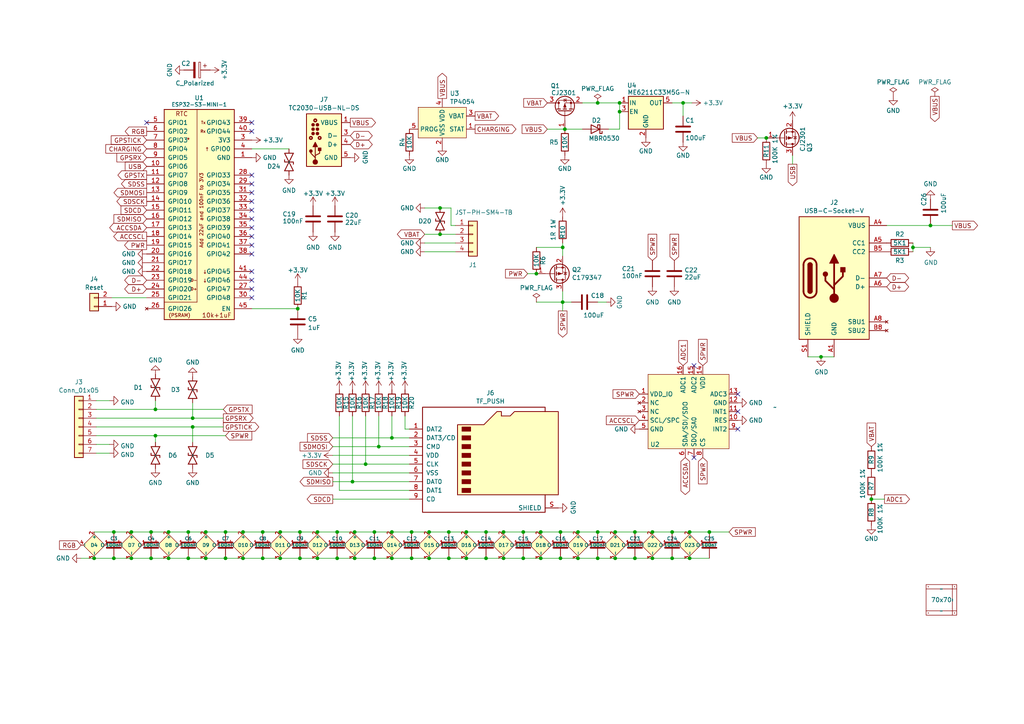
<source format=kicad_sch>
(kicad_sch (version 20231120) (generator "eeschema") (generator_version "8.0")
  (paper "A4")
  (title_block (title "GPS reference") (date "${DATE}") (rev "1") (company "Adrian Kennard Andrews & Arnold Ltd") (comment 1 "@TheRealRevK") (comment 2 "www.me.uk"))
  (junction (at 92.075 161.925))
  (junction (at 264.795 71.755))
  (junction (at 135.255 161.925))
  (junction (at 106.045 134.62))
  (junction (at 194.945 154.305))
  (junction (at 81.28 161.925))
  (junction (at 179.705 32.385))
  (junction (at 222.25 40.005))
  (junction (at 86.995 154.305))
  (junction (at 48.895 154.305))
  (junction (at 140.97 154.305))
  (junction (at 151.765 161.925))
  (junction (at 167.64 161.925))
  (junction (at 163.195 71.755))
  (junction (at 45.085 118.745))
  (junction (at 173.355 161.925))
  (junction (at 55.88 121.285))
  (junction (at 55.88 123.825))
  (junction (at 127.635 67.945))
  (junction (at 108.585 161.925))
  (junction (at 81.28 154.305))
  (junction (at 155.575 79.375))
  (junction (at 27.305 161.925))
  (junction (at 194.945 161.925))
  (junction (at 113.665 161.925))
  (junction (at 178.435 161.925))
  (junction (at 184.15 154.305))
  (junction (at 179.705 29.845))
  (junction (at 163.195 87.63))
  (junction (at 135.255 154.305))
  (junction (at 238.125 103.505))
  (junction (at 48.895 161.925))
  (junction (at 38.1 154.305))
  (junction (at 102.235 139.7))
  (junction (at 167.64 154.305))
  (junction (at 70.485 154.305))
  (junction (at 146.05 154.305))
  (junction (at 151.765 154.305))
  (junction (at 33.02 161.925))
  (junction (at 113.665 154.305))
  (junction (at 70.485 161.925))
  (junction (at 97.79 154.305))
  (junction (at 108.585 154.305))
  (junction (at 156.845 154.305))
  (junction (at 86.36 89.535))
  (junction (at 65.405 154.305))
  (junction (at 189.23 154.305))
  (junction (at 173.355 154.305))
  (junction (at 163.83 37.465))
  (junction (at 38.1 161.925))
  (junction (at 45.085 126.365))
  (junction (at 59.69 161.925))
  (junction (at 200.025 161.925))
  (junction (at 200.025 154.305))
  (junction (at 140.97 161.925))
  (junction (at 86.995 161.925))
  (junction (at 119.38 154.305))
  (junction (at 76.2 154.305))
  (junction (at 92.075 154.305))
  (junction (at 54.61 154.305))
  (junction (at 43.815 154.305))
  (junction (at 124.46 161.925))
  (junction (at 146.05 161.925))
  (junction (at 269.875 65.405))
  (junction (at 113.665 127))
  (junction (at 109.855 129.54))
  (junction (at 65.405 161.925))
  (junction (at 184.15 161.925))
  (junction (at 127.635 60.325))
  (junction (at 124.46 154.305))
  (junction (at 252.73 144.78))
  (junction (at 173.355 29.845))
  (junction (at 76.2 161.925))
  (junction (at 189.23 161.925))
  (junction (at 198.12 29.845))
  (junction (at 33.02 154.305))
  (junction (at 97.79 161.925))
  (junction (at 130.175 161.925))
  (junction (at 102.87 161.925))
  (junction (at 130.175 154.305))
  (junction (at 162.56 161.925))
  (junction (at 156.845 161.925))
  (junction (at 59.69 154.305))
  (junction (at 205.74 154.305))
  (junction (at 178.435 154.305))
  (junction (at 119.38 161.925))
  (junction (at 54.61 161.925))
  (junction (at 43.815 161.925))
  (junction (at 162.56 154.305))
  (junction (at 102.87 154.305))
  (no_connect (at 73.025 68.58))
  (no_connect (at 201.295 132.715))
  (no_connect (at 73.025 38.1))
  (no_connect (at 73.025 63.5))
  (no_connect (at 73.025 83.82))
  (no_connect (at 73.025 71.12))
  (no_connect (at 73.025 66.04))
  (no_connect (at 201.295 106.045))
  (no_connect (at 213.995 119.38))
  (no_connect (at 73.025 35.56))
  (no_connect (at 73.025 60.96))
  (no_connect (at 73.025 81.28))
  (no_connect (at 73.025 73.66))
  (no_connect (at 213.995 124.46))
  (no_connect (at 73.025 86.36))
  (no_connect (at 73.025 53.34))
  (no_connect (at 73.025 58.42))
  (no_connect (at 42.545 35.56))
  (no_connect (at 73.025 50.8))
  (no_connect (at 73.025 55.88))
  (no_connect (at 73.025 78.74))
  (no_connect (at 213.995 114.3))
  (wire (pts (xy 96.52 139.7) (xy 102.235 139.7)))
  (wire (pts (xy 158.75 37.465) (xy 163.83 37.465)))
  (wire (pts (xy 70.485 154.305) (xy 76.2 154.305)))
  (wire (pts (xy 171.45 158.115) (xy 174.625 158.115)))
  (wire (pts (xy 102.87 154.305) (xy 108.585 154.305)))
  (wire (pts (xy 113.665 161.925) (xy 119.38 161.925)))
  (wire (pts (xy 27.94 121.285) (xy 55.88 121.285)))
  (wire (pts (xy 123.19 73.025) (xy 132.08 73.025)))
  (wire (pts (xy 27.94 123.825) (xy 55.88 123.825)))
  (wire (pts (xy 113.665 120.65) (xy 113.665 127)))
  (wire (pts (xy 27.94 116.205) (xy 31.75 116.205)))
  (wire (pts (xy 45.085 126.365) (xy 65.405 126.365)))
  (wire (pts (xy 135.255 154.305) (xy 140.97 154.305)))
  (wire (pts (xy 200.025 154.305) (xy 205.74 154.305)))
  (wire (pts (xy 96.52 144.78) (xy 118.745 144.78)))
  (wire (pts (xy 76.2 154.305) (xy 81.28 154.305)))
  (wire (pts (xy 203.835 158.115) (xy 207.01 158.115)))
  (wire (pts (xy 179.705 32.385) (xy 179.705 37.465)))
  (wire (pts (xy 189.23 154.305) (xy 194.945 154.305)))
  (wire (pts (xy 130.175 154.305) (xy 135.255 154.305)))
  (wire (pts (xy 45.085 118.745) (xy 64.77 118.745)))
  (wire (pts (xy 178.435 154.305) (xy 184.15 154.305)))
  (wire (pts (xy 194.945 161.925) (xy 200.025 161.925)))
  (wire (pts (xy 176.53 37.465) (xy 179.705 37.465)))
  (wire (pts (xy 162.56 161.925) (xy 167.64 161.925)))
  (wire (pts (xy 70.485 161.925) (xy 76.2 161.925)))
  (wire (pts (xy 219.71 40.005) (xy 222.25 40.005)))
  (wire (pts (xy 130.81 60.325) (xy 130.81 65.405)))
  (wire (pts (xy 146.05 161.925) (xy 151.765 161.925)))
  (wire (pts (xy 109.855 129.54) (xy 118.745 129.54)))
  (wire (pts (xy 257.175 65.405) (xy 269.875 65.405)))
  (wire (pts (xy 55.88 123.825) (xy 64.77 123.825)))
  (wire (pts (xy 178.435 161.925) (xy 184.15 161.925)))
  (wire (pts (xy 98.425 120.65) (xy 98.425 142.24)))
  (wire (pts (xy 163.195 74.295) (xy 163.195 71.755)))
  (wire (pts (xy 96.52 134.62) (xy 106.045 134.62)))
  (wire (pts (xy 189.23 161.925) (xy 194.945 161.925)))
  (wire (pts (xy 27.94 126.365) (xy 45.085 126.365)))
  (wire (pts (xy 173.355 154.305) (xy 178.435 154.305)))
  (wire (pts (xy 73.025 43.18) (xy 83.82 43.18)))
  (wire (pts (xy 92.075 161.925) (xy 97.79 161.925)))
  (wire (pts (xy 117.475 120.65) (xy 117.475 124.46)))
  (wire (pts (xy 119.38 154.305) (xy 124.46 154.305)))
  (wire (pts (xy 106.68 158.115) (xy 109.855 158.115)))
  (wire (pts (xy 130.81 65.405) (xy 132.08 65.405)))
  (wire (pts (xy 264.795 71.755) (xy 264.795 73.025)))
  (wire (pts (xy 123.19 67.945) (xy 127.635 67.945)))
  (wire (pts (xy 59.69 161.925) (xy 65.405 161.925)))
  (wire (pts (xy 156.845 154.305) (xy 162.56 154.305)))
  (wire (pts (xy 269.875 71.755) (xy 264.795 71.755)))
  (wire (pts (xy 130.175 161.925) (xy 135.255 161.925)))
  (wire (pts (xy 102.87 161.925) (xy 108.585 161.925)))
  (wire (pts (xy 127.635 67.945) (xy 132.08 67.945)))
  (wire (pts (xy 108.585 154.305) (xy 113.665 154.305)))
  (wire (pts (xy 54.61 161.925) (xy 59.69 161.925)))
  (wire (pts (xy 160.655 158.115) (xy 163.83 158.115)))
  (wire (pts (xy 234.315 103.505) (xy 238.125 103.505)))
  (wire (pts (xy 163.195 87.63) (xy 163.195 90.17)))
  (wire (pts (xy 43.815 154.305) (xy 48.895 154.305)))
  (wire (pts (xy 27.94 131.445) (xy 31.75 131.445)))
  (wire (pts (xy 98.425 142.24) (xy 118.745 142.24)))
  (wire (pts (xy 23.495 161.925) (xy 27.305 161.925)))
  (wire (pts (xy 153.035 79.375) (xy 155.575 79.375)))
  (wire (pts (xy 124.46 161.925) (xy 130.175 161.925)))
  (wire (pts (xy 163.195 71.755) (xy 155.575 71.755)))
  (wire (pts (xy 55.88 116.84) (xy 55.88 121.285)))
  (wire (pts (xy 167.64 161.925) (xy 173.355 161.925)))
  (wire (pts (xy 38.1 154.305) (xy 43.815 154.305)))
  (wire (pts (xy 269.875 65.405) (xy 276.225 65.405)))
  (wire (pts (xy 140.97 154.305) (xy 146.05 154.305)))
  (wire (pts (xy 27.94 128.905) (xy 31.75 128.905)))
  (wire (pts (xy 168.91 37.465) (xy 163.83 37.465)))
  (wire (pts (xy 179.705 29.845) (xy 179.705 32.385)))
  (wire (pts (xy 27.94 118.745) (xy 45.085 118.745)))
  (wire (pts (xy 175.895 87.63) (xy 173.355 87.63)))
  (wire (pts (xy 198.12 29.845) (xy 198.12 33.655)))
  (wire (pts (xy 74.295 158.115) (xy 77.47 158.115)))
  (wire (pts (xy 128.27 158.115) (xy 131.445 158.115)))
  (wire (pts (xy 31.115 158.115) (xy 34.29 158.115)))
  (wire (pts (xy 264.795 70.485) (xy 264.795 71.755)))
  (wire (pts (xy 156.845 161.925) (xy 162.56 161.925)))
  (wire (pts (xy 167.64 154.305) (xy 173.355 154.305)))
  (wire (pts (xy 140.97 161.925) (xy 146.05 161.925)))
  (wire (pts (xy 119.38 161.925) (xy 124.46 161.925)))
  (wire (pts (xy 33.02 161.925) (xy 38.1 161.925)))
  (wire (pts (xy 194.945 154.305) (xy 200.025 154.305)))
  (wire (pts (xy 135.255 161.925) (xy 140.97 161.925)))
  (wire (pts (xy 41.91 158.115) (xy 45.085 158.115)))
  (wire (pts (xy 96.52 129.54) (xy 109.855 129.54)))
  (wire (pts (xy 124.46 154.305) (xy 130.175 154.305)))
  (wire (pts (xy 52.705 158.115) (xy 55.88 158.115)))
  (wire (pts (xy 108.585 161.925) (xy 113.665 161.925)))
  (wire (pts (xy 117.475 158.115) (xy 120.65 158.115)))
  (wire (pts (xy 162.56 154.305) (xy 167.64 154.305)))
  (wire (pts (xy 123.19 70.485) (xy 132.08 70.485)))
  (wire (pts (xy 95.885 158.115) (xy 99.06 158.115)))
  (wire (pts (xy 86.995 161.925) (xy 92.075 161.925)))
  (wire (pts (xy 81.28 161.925) (xy 86.995 161.925)))
  (wire (pts (xy 96.52 127) (xy 113.665 127)))
  (wire (pts (xy 113.665 154.305) (xy 119.38 154.305)))
  (wire (pts (xy 86.995 154.305) (xy 92.075 154.305)))
  (wire (pts (xy 182.245 158.115) (xy 185.42 158.115)))
  (wire (pts (xy 32.385 86.36) (xy 42.545 86.36)))
  (wire (pts (xy 200.025 161.925) (xy 205.74 161.925)))
  (wire (pts (xy 97.79 154.305) (xy 102.87 154.305)))
  (wire (pts (xy 256.54 144.78) (xy 252.73 144.78)))
  (wire (pts (xy 85.09 158.115) (xy 88.265 158.115)))
  (wire (pts (xy 59.69 154.305) (xy 65.405 154.305)))
  (wire (pts (xy 38.1 161.925) (xy 43.815 161.925)))
  (wire (pts (xy 127.635 60.325) (xy 130.81 60.325)))
  (wire (pts (xy 55.88 121.285) (xy 64.77 121.285)))
  (wire (pts (xy 155.575 87.63) (xy 163.195 87.63)))
  (wire (pts (xy 27.305 154.305) (xy 33.02 154.305)))
  (wire (pts (xy 43.815 161.925) (xy 48.895 161.925)))
  (wire (pts (xy 65.405 154.305) (xy 70.485 154.305)))
  (wire (pts (xy 184.15 154.305) (xy 189.23 154.305)))
  (wire (pts (xy 163.195 87.63) (xy 163.195 84.455)))
  (wire (pts (xy 27.305 161.925) (xy 33.02 161.925)))
  (wire (pts (xy 113.665 127) (xy 118.745 127)))
  (wire (pts (xy 229.87 45.085) (xy 229.87 47.625)))
  (wire (pts (xy 163.195 70.485) (xy 163.195 71.755)))
  (wire (pts (xy 123.19 60.325) (xy 127.635 60.325)))
  (wire (pts (xy 33.02 154.305) (xy 38.1 154.305)))
  (wire (pts (xy 151.765 154.305) (xy 156.845 154.305)))
  (wire (pts (xy 55.88 128.27) (xy 55.88 123.825)))
  (wire (pts (xy 45.085 116.205) (xy 45.085 118.745)))
  (wire (pts (xy 48.895 154.305) (xy 54.61 154.305)))
  (wire (pts (xy 205.74 154.305) (xy 211.455 154.305)))
  (wire (pts (xy 45.085 128.27) (xy 45.085 126.365)))
  (wire (pts (xy 81.28 154.305) (xy 86.995 154.305)))
  (wire (pts (xy 97.79 161.925) (xy 102.87 161.925)))
  (wire (pts (xy 102.235 120.65) (xy 102.235 139.7)))
  (wire (pts (xy 76.2 161.925) (xy 81.28 161.925)))
  (wire (pts (xy 194.945 29.845) (xy 198.12 29.845)))
  (wire (pts (xy 65.405 161.925) (xy 70.485 161.925)))
  (wire (pts (xy 73.025 89.535) (xy 86.36 89.535)))
  (wire (pts (xy 63.5 158.115) (xy 66.675 158.115)))
  (wire (pts (xy 139.065 158.115) (xy 142.24 158.115)))
  (wire (pts (xy 238.125 103.505) (xy 241.935 103.505)))
  (wire (pts (xy 165.735 87.63) (xy 163.195 87.63)))
  (wire (pts (xy 48.895 161.925) (xy 54.61 161.925)))
  (wire (pts (xy 184.15 161.925) (xy 189.23 161.925)))
  (wire (pts (xy 54.61 154.305) (xy 59.69 154.305)))
  (wire (pts (xy 92.075 154.305) (xy 97.79 154.305)))
  (wire (pts (xy 96.52 137.16) (xy 118.745 137.16)))
  (wire (pts (xy 106.045 120.65) (xy 106.045 134.62)))
  (wire (pts (xy 151.765 161.925) (xy 156.845 161.925)))
  (wire (pts (xy 198.12 29.845) (xy 200.66 29.845)))
  (wire (pts (xy 149.86 158.115) (xy 153.035 158.115)))
  (wire (pts (xy 173.355 161.925) (xy 178.435 161.925)))
  (wire (pts (xy 168.91 29.845) (xy 173.355 29.845)))
  (wire (pts (xy 106.045 134.62) (xy 118.745 134.62)))
  (wire (pts (xy 96.52 132.08) (xy 118.745 132.08)))
  (wire (pts (xy 117.475 124.46) (xy 118.745 124.46)))
  (wire (pts (xy 193.04 158.115) (xy 196.215 158.115)))
  (wire (pts (xy 102.235 139.7) (xy 118.745 139.7)))
  (wire (pts (xy 109.855 120.65) (xy 109.855 129.54)))
  (wire (pts (xy 173.355 29.845) (xy 179.705 29.845)))
  (wire (pts (xy 146.05 154.305) (xy 151.765 154.305)))
  (global_label "CHARGING" (shape input) (at 42.545 43.18 180) (property "Intersheetrefs" "${INTERSHEET_REFS}" (effects (hide yes))))
  (global_label "ADC1" (shape output) (at 256.54 144.78 0) (property "Intersheetrefs" "${INTERSHEET_REFS}" (effects (hide yes))))
  (global_label "D-" (shape bidirectional) (at 42.545 81.28 180) (property "Intersheetrefs" "${INTERSHEET_REFS}" (effects (hide yes))))
  (global_label "SPWR" (shape input) (at 203.835 132.715 270) (property "Intersheetrefs" "${INTERSHEET_REFS}" (effects (hide yes))))
  (global_label "GPSTX" (shape input) (at 64.77 118.745 0) (property "Intersheetrefs" "${INTERSHEET_REFS}" (effects (hide yes))))
  (global_label "VBUS" (shape output) (at 128.27 28.575 90) (property "Intersheetrefs" "${INTERSHEET_REFS}" (effects (hide yes))))
  (global_label "D+" (shape bidirectional) (at 42.545 83.82 180) (property "Intersheetrefs" "${INTERSHEET_REFS}" (effects (hide yes))))
  (global_label "SPWR" (shape input) (at 211.455 154.305 0) (property "Intersheetrefs" "${INTERSHEET_REFS}" (effects (hide yes))))
  (global_label "RGB" (shape input) (at 23.495 158.115 180) (property "Intersheetrefs" "${INTERSHEET_REFS}" (effects (hide yes))))
  (global_label "CHARGING" (shape output) (at 137.795 37.465 0) (property "Intersheetrefs" "${INTERSHEET_REFS}" (effects (hide yes))))
  (global_label "SDCD" (shape input) (at 42.545 60.96 180) (property "Intersheetrefs" "${INTERSHEET_REFS}" (effects (hide yes))))
  (global_label "D-" (shape bidirectional) (at 101.6 39.37 0) (property "Intersheetrefs" "${INTERSHEET_REFS}" (effects (hide yes))))
  (global_label "SDMOSI" (shape input) (at 96.52 129.54 180) (property "Intersheetrefs" "${INTERSHEET_REFS}" (effects (hide yes))))
  (global_label "ADC1" (shape input) (at 198.12 106.045 90) (property "Intersheetrefs" "${INTERSHEET_REFS}" (effects (hide yes))))
  (global_label "VBAT" (shape bidirectional) (at 123.19 67.945 180) (property "Intersheetrefs" "${INTERSHEET_REFS}" (effects (hide yes))))
  (global_label "SDSS" (shape input) (at 96.52 127 180) (property "Intersheetrefs" "${INTERSHEET_REFS}" (effects (hide yes))))
  (global_label "VBUS" (shape output) (at 101.6 35.56 0) (property "Intersheetrefs" "${INTERSHEET_REFS}" (effects (hide yes))))
  (global_label "VBUS" (shape output) (at 271.145 27.94 270) (property "Intersheetrefs" "${INTERSHEET_REFS}" (effects (hide yes))))
  (global_label "GPSTICK" (shape output) (at 64.77 123.825 0) (property "Intersheetrefs" "${INTERSHEET_REFS}" (effects (hide yes))))
  (global_label "ACCSCL" (shape output) (at 42.545 68.58 180) (property "Intersheetrefs" "${INTERSHEET_REFS}" (effects (hide yes))))
  (global_label "GPSTICK" (shape input) (at 42.545 40.64 180) (property "Intersheetrefs" "${INTERSHEET_REFS}" (effects (hide yes))))
  (global_label "GPSRX" (shape output) (at 64.77 121.285 0) (property "Intersheetrefs" "${INTERSHEET_REFS}" (effects (hide yes))))
  (global_label "D+" (shape bidirectional) (at 101.6 41.91 0) (property "Intersheetrefs" "${INTERSHEET_REFS}" (effects (hide yes))))
  (global_label "VBUS" (shape input) (at 219.71 40.005 180) (property "Intersheetrefs" "${INTERSHEET_REFS}" (effects (hide yes))))
  (global_label "USB" (shape output) (at 229.87 47.625 270) (property "Intersheetrefs" "${INTERSHEET_REFS}" (effects (hide yes))))
  (global_label "VBUS" (shape output) (at 276.225 65.405 0) (property "Intersheetrefs" "${INTERSHEET_REFS}" (effects (hide yes))))
  (global_label "SPWR" (shape input) (at 189.23 75.565 90) (property "Intersheetrefs" "${INTERSHEET_REFS}" (effects (hide yes))))
  (global_label "SDCD" (shape output) (at 96.52 144.78 180) (property "Intersheetrefs" "${INTERSHEET_REFS}" (effects (hide yes))))
  (global_label "D-" (shape bidirectional) (at 257.175 80.645 0) (property "Intersheetrefs" "${INTERSHEET_REFS}" (effects (hide yes))))
  (global_label "SPWR" (shape input) (at 185.42 114.3 180) (property "Intersheetrefs" "${INTERSHEET_REFS}" (effects (hide yes))))
  (global_label "ACCSCL" (shape input) (at 185.42 121.92 180) (property "Intersheetrefs" "${INTERSHEET_REFS}" (effects (hide yes))))
  (global_label "PWR" (shape output) (at 42.545 71.12 180) (property "Intersheetrefs" "${INTERSHEET_REFS}" (effects (hide yes))))
  (global_label "SDMOSI" (shape output) (at 42.545 55.88 180) (property "Intersheetrefs" "${INTERSHEET_REFS}" (effects (hide yes))))
  (global_label "SPWR" (shape input) (at 203.835 106.045 90) (property "Intersheetrefs" "${INTERSHEET_REFS}" (effects (hide yes))))
  (global_label "ACCSDA" (shape bidirectional) (at 42.545 66.04 180) (property "Intersheetrefs" "${INTERSHEET_REFS}" (effects (hide yes))))
  (global_label "SDSCK" (shape input) (at 96.52 134.62 180) (property "Intersheetrefs" "${INTERSHEET_REFS}" (effects (hide yes))))
  (global_label "GPSRX" (shape input) (at 42.545 45.72 180) (property "Intersheetrefs" "${INTERSHEET_REFS}" (effects (hide yes))))
  (global_label "VBUS" (shape input) (at 158.75 37.465 180) (property "Intersheetrefs" "${INTERSHEET_REFS}" (effects (hide yes))))
  (global_label "ACCSDA" (shape bidirectional) (at 198.755 132.715 270) (property "Intersheetrefs" "${INTERSHEET_REFS}" (effects (hide yes))))
  (global_label "SPWR" (shape output) (at 163.195 90.17 270) (property "Intersheetrefs" "${INTERSHEET_REFS}" (effects (hide yes))))
  (global_label "VBAT" (shape input) (at 158.75 29.845 180) (property "Intersheetrefs" "${INTERSHEET_REFS}" (effects (hide yes))))
  (global_label "VBAT" (shape input) (at 252.73 129.54 90) (property "Intersheetrefs" "${INTERSHEET_REFS}" (effects (hide yes))))
  (global_label "USB" (shape input) (at 42.545 48.26 180) (property "Intersheetrefs" "${INTERSHEET_REFS}" (effects (hide yes))))
  (global_label "SPWR" (shape input) (at 65.405 126.365 0) (property "Intersheetrefs" "${INTERSHEET_REFS}" (effects (hide yes))))
  (global_label "VBAT" (shape output) (at 137.795 33.655 0) (property "Intersheetrefs" "${INTERSHEET_REFS}" (effects (hide yes))))
  (global_label "PWR" (shape input) (at 153.035 79.375 180) (property "Intersheetrefs" "${INTERSHEET_REFS}" (effects (hide yes))))
  (global_label "SDSCK" (shape output) (at 42.545 58.42 180) (property "Intersheetrefs" "${INTERSHEET_REFS}" (effects (hide yes))))
  (global_label "RGB" (shape output) (at 42.545 38.1 180) (property "Intersheetrefs" "${INTERSHEET_REFS}" (effects (hide yes))))
  (global_label "SPWR" (shape input) (at 195.58 75.565 90) (property "Intersheetrefs" "${INTERSHEET_REFS}" (effects (hide yes))))
  (global_label "SDMISO" (shape output) (at 96.52 139.7 180) (property "Intersheetrefs" "${INTERSHEET_REFS}" (effects (hide yes))))
  (global_label "SDSS" (shape output) (at 42.545 53.34 180) (property "Intersheetrefs" "${INTERSHEET_REFS}" (effects (hide yes))))
  (global_label "SDMISO" (shape input) (at 42.545 63.5 180) (property "Intersheetrefs" "${INTERSHEET_REFS}" (effects (hide yes))))
  (global_label "GPSTX" (shape output) (at 42.545 50.8 180) (property "Intersheetrefs" "${INTERSHEET_REFS}" (effects (hide yes))))
  (global_label "D+" (shape bidirectional) (at 257.175 83.185 0) (property "Intersheetrefs" "${INTERSHEET_REFS}" (effects (hide yes))))
  (symbol (lib_id "Device:R") (at 260.985 70.485 90) (unit 1)
    (property "Reference" "R2" (at 260.985 67.945 90))
    (property "Value" "5K1" (at 260.985 70.485 90))
    (property "Footprint" "RevK:R_0402" (effects (hide yes)))
  )
  (symbol (lib_id "power:GND") (at 269.875 71.755 0) (unit 1)
    (property "Reference" "#PWR017" (effects (hide yes)))
    (property "Value" "GND" (at 270.002 76.1492 0))
  )
  (symbol (lib_id "power:GND") (at 238.125 103.505 0) (unit 1)
    (property "Reference" "#PWR018" (effects (hide yes)))
    (property "Value" "GND" (at 238.252 107.8992 0))
  )
  (symbol (lib_id "Device:R") (at 260.985 73.025 270) (unit 1)
    (property "Reference" "R3" (at 260.985 75.565 90))
    (property "Value" "5K1" (at 260.985 73.025 90))
    (property "Footprint" "RevK:R_0402" (effects (hide yes)))
  )
  (symbol (lib_id "power:GND") (at 42.545 78.74 270) (unit 1)
    (property "Reference" "#PWR049" (effects (hide yes)))
    (property "Value" "GND" (at 39.3701 78.74 90) (effects (justify right)))
    (property "Description" "Power symbol creates a global label with name \"GND\" , ground" (effects (hide yes)))
  )
  (symbol (lib_id "power:GND") (at 96.52 137.16 270) (unit 1)
    (property "Reference" "#PWR054" (effects (hide yes)))
    (property "Value" "GND" (at 91.44 137.16 90))
    (property "Description" "Power symbol creates a global label with name \"GND\" , ground" (effects (hide yes)))
  )
  (symbol (lib_id "power:GND") (at 83.82 50.8 0) (unit 1)
    (property "Reference" "#PWR045" (effects (hide yes)))
    (property "Value" "GND" (at 83.82 55.2434 0))
  )
  (symbol (lib_id "power:GND") (at 222.25 47.625 0) (unit 1)
    (property "Reference" "#PWR044" (effects (hide yes)))
    (property "Value" "GND" (at 222.25 51.435 0))
  )
  (symbol (lib_id "Device:C") (at 119.38 158.115 0) (mirror y) (unit 1)
    (property "Reference" "C12" (at 119.38 156.21 0) (effects (font (size 1 1))))
    (property "Value" "100nF" (at 119.38 158.115 0) (effects (font (size 1 1))))
    (property "Footprint" "RevK:C_0402" (effects (hide yes)))
  )
  (symbol (lib_id "power:+3.3V") (at 98.425 113.03 0) (unit 1)
    (property "Reference" "#PWR055" (effects (hide yes)))
    (property "Value" "+3.3V" (at 98.171 107.696 90))
    (property "Description" "Power symbol creates a global label with name \"+3.3V\"" (effects (hide yes)))
  )
  (symbol (lib_id "RevK:ES05D1MC10") (at 55.88 113.03 90) (unit 1)
    (property "Reference" "D3" (at 49.53 113.03 90) (effects (justify right)))
    (property "Value" "~" (at 55.88 113.03 0))
    (property "Footprint" "RevK:DFN1006-2L" (effects (hide yes)))
    (property "LCSC Part #" "C5137770" (effects (hide yes)))
  )
  (symbol (lib_id "Device:C") (at 198.12 37.465 0) (unit 1)
    (property "Reference" "C1" (at 198.755 34.925 0) (effects (justify left)))
    (property "Value" "100uF" (at 198.755 40.005 0) (effects (justify left)))
    (property "Footprint" "RevK:C_0805" (effects (hide yes)))
    (property "LCSC Part #" "C141660" (effects (hide yes)))
  )
  (symbol (lib_id "Regulator_Linear:TLV70033_SOT23-5") (at 187.325 32.385 0) (unit 1)
    (property "Reference" "U4" (at 183.261 24.765 0))
    (property "Value" "ME6211C33M5G-N" (at 181.991 26.797 0) (effects (justify left)))
    (property "Footprint" "RevK:SOT-23-5" (effects (hide yes)))
    (property "Datasheet" "http://www.ti.com/lit/ds/symlink/tlv700.pdf" (effects (hide yes)))
    (property "LCSC Part #" "C82942" (effects (hide yes)))
    (property "JLCPCB Rotation Offset" "-90" (effects (hide yes)))
  )
  (symbol (lib_id "Device:C") (at 130.175 158.115 0) (mirror y) (unit 1)
    (property "Reference" "C13" (at 130.175 156.21 0) (effects (font (size 1 1))))
    (property "Value" "100nF" (at 130.175 158.115 0) (effects (font (size 1 1))))
    (property "Footprint" "RevK:C_0402" (effects (hide yes)))
  )
  (symbol (lib_id "Device:C") (at 162.56 158.115 0) (mirror y) (unit 1)
    (property "Reference" "C16" (at 162.56 156.21 0) (effects (font (size 1 1))))
    (property "Value" "100nF" (at 162.56 158.115 0) (effects (font (size 1 1))))
    (property "Footprint" "RevK:C_0402" (effects (hide yes)))
  )
  (symbol (lib_id "power:GND") (at 86.36 97.155 0) (unit 1)
    (property "Reference" "#PWR030" (effects (hide yes)))
    (property "Value" "GND" (at 86.36 101.5984 0))
  )
  (symbol (lib_id "Device:R") (at 252.73 148.59 0) (unit 1)
    (property "Reference" "R8" (at 252.73 148.59 90))
    (property "Value" "100K 1%" (at 255.27 150.495 90))
    (property "Footprint" "RevK:R_0402" (effects (hide yes)))
    (property "LCSC Part #" "C5139597" (effects (hide yes)))
  )
  (symbol (lib_id "power:GND") (at 269.875 57.785 180) (unit 1)
    (property "Reference" "#PWR041" (effects (hide yes)))
    (property "Value" "GND" (at 269.875 53.3416 0))
  )
  (symbol (lib_id "Device:C") (at 195.58 79.375 0) (unit 1)
    (property "Reference" "C22" (at 198.501 78.351 0) (effects (justify left)))
    (property "Value" "22uF" (at 198.501 80.399 0) (effects (justify left)))
    (property "Footprint" "RevK:C_0603" (effects (hide yes)))
  )
  (symbol (lib_id "power:+3.3V") (at 102.235 113.03 0) (unit 1)
    (property "Reference" "#PWR056" (effects (hide yes)))
    (property "Value" "+3.3V" (at 101.981 107.696 90))
    (property "Description" "Power symbol creates a global label with name \"+3.3V\"" (effects (hide yes)))
  )
  (symbol (lib_id "power:GND") (at 123.19 60.325 270) (unit 1)
    (property "Reference" "#PWR07" (effects (hide yes)))
    (property "Value" "GND" (at 118.11 60.325 90))
  )
  (symbol (lib_id "RevK:WS2812B-1mm") (at 189.23 158.115 0) (mirror x) (unit 1)
    (property "Reference" "D22" (at 189.23 158.115 0) (effects (font (size 1 1))))
    (property "Value" "XL-1010RGBC-WS2812B" (effects (hide yes)))
    (property "Footprint" "RevK:SMD1010" (effects (hide yes)))
    (property "Datasheet" "https://datasheet.lcsc.com/lcsc/2301111010_XINGLIGHT-XL-1010RGBC-WS2812B_C5349953.pdf" (effects (hide yes)))
    (property "LCSC Part #" "C5349953" (effects (hide yes)))
  )
  (symbol (lib_id "RevK:TC2030-USB-NL") (at 93.98 40.64 0) (unit 1) (in_bom no)
    (property "Reference" "J7" (at 93.98 28.8755 0))
    (property "Value" "TC2030-USB-NL-DS" (at 93.98 31.2998 0))
    (property "Footprint" "RevK:Tag-Connect_TC2030-IDC-NL_2x03_P1.27mm_Vertical" (effects (hide yes)))
    (property "Datasheet" " ~" (effects (hide yes)))
    (property "Description" "TC2030-USB-NL" (effects (hide yes)))
  )
  (symbol (lib_id "power:GND") (at 90.805 67.31 0) (unit 1)
    (property "Reference" "#PWR033" (effects (hide yes)))
    (property "Value" "GND" (at 90.805 71.7534 0))
  )
  (symbol (lib_id "power:+3.3V") (at 200.66 29.845 270) (unit 1)
    (property "Reference" "#PWR014" (effects (hide yes)))
    (property "Value" "+3.3V" (at 203.835 29.845 90) (effects (justify left)))
  )
  (symbol (lib_id "RevK:WS2812B-1mm") (at 59.69 158.115 0) (mirror x) (unit 1)
    (property "Reference" "D9" (at 59.69 158.115 0) (effects (font (size 1 1))))
    (property "Value" "XL-1010RGBC-WS2812B" (effects (hide yes)))
    (property "Footprint" "RevK:SMD1010" (effects (hide yes)))
    (property "Datasheet" "https://datasheet.lcsc.com/lcsc/2301111010_XINGLIGHT-XL-1010RGBC-WS2812B_C5349953.pdf" (effects (hide yes)))
    (property "LCSC Part #" "C5349953" (effects (hide yes)))
  )
  (symbol (lib_id "RevK:ES05D1MC10") (at 45.085 132.08 270) (unit 1)
    (property "Reference" "D6" (at 51.435 132.08 90) (effects (justify right)))
    (property "Value" "~" (at 45.085 132.08 0))
    (property "Footprint" "RevK:DFN1006-2L" (effects (hide yes)))
    (property "LCSC Part #" "C5137770" (effects (hide yes)))
  )
  (symbol (lib_id "Device:R") (at 222.25 43.815 0) (unit 1)
    (property "Reference" "R11" (at 222.25 43.815 90))
    (property "Value" "100K 1%" (at 224.79 43.18 90))
    (property "Footprint" "RevK:R_0402" (effects (hide yes)))
    (property "LCSC Part #" "C5139597" (effects (hide yes)))
  )
  (symbol (lib_id "RevK:WS2812B-1mm") (at 27.305 158.115 0) (mirror x) (unit 1)
    (property "Reference" "D4" (at 27.305 158.115 0) (effects (font (size 1 1))))
    (property "Value" "XL-1010RGBC-WS2812B" (effects (hide yes)))
    (property "Footprint" "RevK:SMD1010" (effects (hide yes)))
    (property "Datasheet" "https://datasheet.lcsc.com/lcsc/2301111010_XINGLIGHT-XL-1010RGBC-WS2812B_C5349953.pdf" (effects (hide yes)))
    (property "LCSC Part #" "C5349953" (effects (hide yes)))
  )
  (symbol (lib_id "power:GND") (at 128.27 42.545 0) (unit 1)
    (property "Reference" "#PWR010" (effects (hide yes)))
    (property "Value" "GND" (at 128.27 46.355 0))
  )
  (symbol (lib_id "RevK:ESP32-S3-MINI-1-N4R2") (at 57.785 62.23 0) (unit 1)
    (property "Reference" "U1" (at 57.785 28.3932 0))
    (property "Value" "ESP32-S3-MINI-1" (at 57.785 30.3296 0) (effects (font (size 1.1 1.1))))
    (property "Footprint" "RevK:ESP32-S3-MINI-1" (effects (hide yes)))
    (property "Datasheet" "https://www.espressif.com/sites/default/files/documentation/esp32-s3-mini-1_mini-1u_datasheet_en.pdf" (effects (hide yes)))
    (property "LCSC Part #" "C3013941" (effects (hide yes)))
  )
  (symbol (lib_id "power:GND") (at 31.75 128.905 90) (unit 1)
    (property "Reference" "#PWR038" (effects (hide yes)))
    (property "Value" "GND" (at 34.925 129.3388 90) (effects (justify right)))
  )
  (symbol (lib_id "power:+3.3V") (at 96.52 132.08 90) (unit 1)
    (property "Reference" "#PWR053" (effects (hide yes)))
    (property "Value" "+3.3V" (at 93.345 132.08 90) (effects (justify left)))
    (property "Description" "Power symbol creates a global label with name \"+3.3V\"" (effects (hide yes)))
  )
  (symbol (lib_id "RevK:USB-C-Socket-H") (at 241.935 80.645 0) (unit 1)
    (property "Reference" "J2" (at 241.935 58.7207 0))
    (property "Value" "USB-C-Socket-V" (at 241.935 61.1449 0))
    (property "Footprint" "RevK:USB-C-Socket-H" (effects (hide yes)))
    (property "LCSC Part #" "C709357" (effects (hide yes)))
  )
  (symbol (lib_id "RevK:WS2812B-1mm") (at 38.1 158.115 0) (mirror x) (unit 1)
    (property "Reference" "D7" (at 38.1 158.115 0) (effects (font (size 1 1))))
    (property "Value" "XL-1010RGBC-WS2812B" (effects (hide yes)))
    (property "Footprint" "RevK:SMD1010" (effects (hide yes)))
    (property "Datasheet" "https://datasheet.lcsc.com/lcsc/2301111010_XINGLIGHT-XL-1010RGBC-WS2812B_C5349953.pdf" (effects (hide yes)))
    (property "LCSC Part #" "C5349953" (effects (hide yes)))
  )
  (symbol (lib_id "Device:R") (at 98.425 116.84 0) (unit 1)
    (property "Reference" "R15" (at 100.33 116.84 90))
    (property "Value" "10K" (at 98.425 116.84 90))
    (property "Footprint" "RevK:R_0402" (effects (hide yes)))
  )
  (symbol (lib_id "Device:D_Schottky") (at 172.72 37.465 180) (unit 1)
    (property "Reference" "D2" (at 172.974 34.925 0))
    (property "Value" "MBR0530" (at 175.26 40.132 0))
    (property "Footprint" "RevK:D_SOD-123" (effects (hide yes)))
    (property "LCSC Part " "C5204746" (effects (hide yes)))
  )
  (symbol (lib_id "RevK:LIS3DHTR") (at 201.295 119.38 0) (unit 1)
    (property "Reference" "U2" (at 188.595 128.905 0) (effects (justify left)))
    (property "Value" "~" (at 224.79 118.11 0))
    (property "Footprint" "Package_LGA:LGA-16_3x3mm_P0.5mm_LayoutBorder3x5y" (effects (hide yes)))
    (property "Datasheet" "https://datasheet.lcsc.com/lcsc/1811031937_STMicroelectronics-LIS3DHTR_C15134.pdf" (effects (hide yes)))
    (property "LCSC Part #" "C15134" (effects (hide yes)))
  )
  (symbol (lib_id "power:PWR_FLAG") (at 155.575 87.63 0) (unit 1)
    (property "Reference" "#FLG04" (effects (hide yes)))
    (property "Value" "PWR_FLAG" (at 155.575 83.4969 0))
  )
  (symbol (lib_id "RevK:VCUT") (at 273.05 170.815 180) (unit 1) (exclude_from_sim yes) (in_bom no)
    (property "Reference" "V1" (effects (hide yes)))
    (property "Value" "~" (at 273.05 170.815 0))
    (property "Footprint" "RevK:VCUT70N" (effects (hide yes)))
  )
  (symbol (lib_id "Device:R") (at 117.475 116.84 0) (unit 1)
    (property "Reference" "R20" (at 119.38 116.84 90))
    (property "Value" "10K" (at 117.475 116.84 90))
    (property "Footprint" "RevK:R_0402" (effects (hide yes)))
  )
  (symbol (lib_id "Device:R") (at 118.745 41.275 180) (unit 1)
    (property "Reference" "R4" (at 116.713 41.275 90))
    (property "Value" "10K" (at 118.745 41.275 90))
    (property "Footprint" "RevK:R_0402" (effects (hide yes)))
  )
  (symbol (lib_id "Transistor_FET:BSS83P") (at 227.33 40.005 0) (mirror x) (unit 1)
    (property "Reference" "Q3" (at 234.823 41.402 90) (effects (justify left)))
    (property "Value" "CJ2301" (at 232.791 36.703 90) (effects (justify left)))
    (property "Footprint" "RevK:SOT-23" (effects (hide yes)))
    (property "LCSC Part #" "C5224170" (effects (hide yes)))
    (property "JLCPCB Rotation Offset" "180" (effects (hide yes)))
  )
  (symbol (lib_id "power:PWR_FLAG") (at 173.355 29.845 0) (unit 1)
    (property "Reference" "#FLG01" (effects (hide yes)))
    (property "Value" "PWR_FLAG" (at 173.355 25.7119 0))
  )
  (symbol (lib_id "RevK:WS2812B-1mm") (at 70.485 158.115 0) (mirror x) (unit 1)
    (property "Reference" "D10" (at 70.485 158.115 0) (effects (font (size 1 1))))
    (property "Value" "XL-1010RGBC-WS2812B" (effects (hide yes)))
    (property "Footprint" "RevK:SMD1010" (effects (hide yes)))
    (property "Datasheet" "https://datasheet.lcsc.com/lcsc/2301111010_XINGLIGHT-XL-1010RGBC-WS2812B_C5349953.pdf" (effects (hide yes)))
    (property "LCSC Part #" "C5349953" (effects (hide yes)))
  )
  (symbol (lib_id "power:GND") (at 198.12 41.275 0) (unit 1)
    (property "Reference" "#PWR013" (effects (hide yes)))
    (property "Value" "GND" (at 198.12 45.085 0))
  )
  (symbol (lib_id "RevK:WS2812B-1mm") (at 124.46 158.115 0) (mirror x) (unit 1)
    (property "Reference" "D15" (at 124.46 158.115 0) (effects (font (size 1 1))))
    (property "Value" "XL-1010RGBC-WS2812B" (effects (hide yes)))
    (property "Footprint" "RevK:SMD1010" (effects (hide yes)))
    (property "Datasheet" "https://datasheet.lcsc.com/lcsc/2301111010_XINGLIGHT-XL-1010RGBC-WS2812B_C5349953.pdf" (effects (hide yes)))
    (property "LCSC Part #" "C5349953" (effects (hide yes)))
  )
  (symbol (lib_id "power:GND") (at 97.155 67.31 0) (unit 1)
    (property "Reference" "#PWR035" (effects (hide yes)))
    (property "Value" "GND" (at 97.155 71.7534 0))
  )
  (symbol (lib_id "power:GND") (at 163.83 45.085 0) (unit 1)
    (property "Reference" "#PWR011" (effects (hide yes)))
    (property "Value" "GND" (at 163.83 48.895 0))
  )
  (symbol (lib_id "RevK:WS2812B-1mm") (at 81.28 158.115 0) (mirror x) (unit 1)
    (property "Reference" "D11" (at 81.28 158.115 0) (effects (font (size 1 1))))
    (property "Value" "XL-1010RGBC-WS2812B" (effects (hide yes)))
    (property "Footprint" "RevK:SMD1010" (effects (hide yes)))
    (property "Datasheet" "https://datasheet.lcsc.com/lcsc/2301111010_XINGLIGHT-XL-1010RGBC-WS2812B_C5349953.pdf" (effects (hide yes)))
    (property "LCSC Part #" "C5349953" (effects (hide yes)))
  )
  (symbol (lib_id "power:GND") (at 23.495 161.925 270) (unit 1)
    (property "Reference" "#PWR03" (effects (hide yes)))
    (property "Value" "GND" (at 20.3201 161.925 90) (effects (justify right)))
  )
  (symbol (lib_id "Device:C") (at 151.765 158.115 0) (mirror y) (unit 1)
    (property "Reference" "C15" (at 151.765 156.21 0) (effects (font (size 1 1))))
    (property "Value" "100nF" (at 151.765 158.115 0) (effects (font (size 1 1))))
    (property "Footprint" "RevK:C_0402" (effects (hide yes)))
  )
  (symbol (lib_id "power:GND") (at 175.895 87.63 90) (unit 1)
    (property "Reference" "#PWR031" (effects (hide yes)))
    (property "Value" "GND" (at 179.705 87.63 0))
  )
  (symbol (lib_id "Device:C") (at 33.02 158.115 0) (mirror y) (unit 1)
    (property "Reference" "C3" (at 33.02 156.21 0) (effects (font (size 1 1))))
    (property "Value" "100nF" (at 33.02 158.115 0) (effects (font (size 1 1))))
    (property "Footprint" "RevK:C_0402" (effects (hide yes)))
  )
  (symbol (lib_id "power:GND") (at 187.325 40.005 0) (unit 1)
    (property "Reference" "#PWR012" (effects (hide yes)))
    (property "Value" "GND" (at 187.325 43.815 0))
  )
  (symbol (lib_id "power:GND") (at 123.19 73.025 270) (unit 1)
    (property "Reference" "#PWR036" (effects (hide yes)))
    (property "Value" "GND" (at 118.11 73.025 90))
  )
  (symbol (lib_id "Device:R") (at 86.36 85.725 0) (unit 1)
    (property "Reference" "R1" (at 88.265 85.725 90))
    (property "Value" "10K" (at 86.36 85.725 90))
    (property "Footprint" "RevK:R_0402" (effects (hide yes)))
  )
  (symbol (lib_id "power:+3.3V") (at 109.855 113.03 0) (unit 1)
    (property "Reference" "#PWR058" (effects (hide yes)))
    (property "Value" "+3.3V" (at 109.601 107.696 90))
    (property "Description" "Power symbol creates a global label with name \"+3.3V\"" (effects (hide yes)))
  )
  (symbol (lib_id "Device:C") (at 194.945 158.115 0) (mirror y) (unit 1)
    (property "Reference" "C24" (at 194.945 156.21 0) (effects (font (size 1 1))))
    (property "Value" "100nF" (at 194.945 158.115 0) (effects (font (size 1 1))))
    (property "Footprint" "RevK:C_0402" (effects (hide yes)))
  )
  (symbol (lib_id "Connector_Generic:Conn_01x07") (at 22.86 123.825 0) (mirror y) (unit 1) (in_bom no)
    (property "Reference" "J3" (at 22.86 110.7907 0))
    (property "Value" "Conn_01x05" (at 22.86 113.2149 0))
    (property "Footprint" "RevK:PTSM-HH-5-RA-SMD" (effects (hide yes)))
    (property "Part Name" "PTSM 0,5/ 5-HH0-2,5-SMD WH R32" (effects (hide yes)))
    (property "FC Part" "1814948" (effects (hide yes)))
  )
  (symbol (lib_id "Device:R") (at 163.195 66.675 180) (unit 1)
    (property "Reference" "R10" (at 163.195 67.31 90))
    (property "Value" "1R 1W" (at 160.4589 66.675 90))
    (property "Footprint" "RevK:R_1218" (effects (hide yes)))
    (property "LCSC Part #" "C175540" (effects (hide yes)))
  )
  (symbol (lib_id "power:GND") (at 185.42 124.46 270) (unit 1)
    (property "Reference" "#PWR028" (effects (hide yes)))
    (property "Value" "GND" (at 182.2451 124.46 90) (effects (justify right)))
  )
  (symbol (lib_id "RevK:WS2812B-1mm") (at 113.665 158.115 0) (mirror x) (unit 1)
    (property "Reference" "D14" (at 113.665 158.115 0) (effects (font (size 1 1))))
    (property "Value" "XL-1010RGBC-WS2812B" (effects (hide yes)))
    (property "Footprint" "RevK:SMD1010" (effects (hide yes)))
    (property "Datasheet" "https://datasheet.lcsc.com/lcsc/2301111010_XINGLIGHT-XL-1010RGBC-WS2812B_C5349953.pdf" (effects (hide yes)))
    (property "LCSC Part #" "C5349953" (effects (hide yes)))
  )
  (symbol (lib_id "Device:C") (at 97.155 63.5 0) (unit 1)
    (property "Reference" "C20" (at 100.076 62.476 0) (effects (justify left)))
    (property "Value" "22uF" (at 100.076 64.524 0) (effects (justify left)))
    (property "Footprint" "RevK:C_0603" (effects (hide yes)))
  )
  (symbol (lib_id "Device:C_Polarized") (at 57.15 20.32 270) (unit 1)
    (property "Reference" "C2" (at 55.245 18.415 90) (effects (justify right)))
    (property "Value" "C_Polarized" (at 62.23 24.13 90) (effects (justify right)))
    (property "Footprint" "RevK:CP_EIA-7343-31_Kemet-D" (effects (hide yes)))
    (property "LCSC Part #" "C106188" (effects (hide yes)))
    (property "JLCPCB Rotation Offset" "180" (effects (hide yes)))
  )
  (symbol (lib_id "power:GND") (at 45.085 135.89 0) (unit 1)
    (property "Reference" "#PWR023" (effects (hide yes)))
    (property "Value" "GND" (at 45.085 140.0231 0))
  )
  (symbol (lib_id "RevK:WS2812B-1mm") (at 48.895 158.115 0) (mirror x) (unit 1)
    (property "Reference" "D8" (at 48.895 158.115 0) (effects (font (size 1 1))))
    (property "Value" "XL-1010RGBC-WS2812B" (effects (hide yes)))
    (property "Footprint" "RevK:SMD1010" (effects (hide yes)))
    (property "Datasheet" "https://datasheet.lcsc.com/lcsc/2301111010_XINGLIGHT-XL-1010RGBC-WS2812B_C5349953.pdf" (effects (hide yes)))
    (property "LCSC Part #" "C5349953" (effects (hide yes)))
  )
  (symbol (lib_id "RevK:WS2812B-1mm") (at 102.87 158.115 0) (mirror x) (unit 1)
    (property "Reference" "D13" (at 102.87 158.115 0) (effects (font (size 1 1))))
    (property "Value" "XL-1010RGBC-WS2812B" (effects (hide yes)))
    (property "Footprint" "RevK:SMD1010" (effects (hide yes)))
    (property "Datasheet" "https://datasheet.lcsc.com/lcsc/2301111010_XINGLIGHT-XL-1010RGBC-WS2812B_C5349953.pdf" (effects (hide yes)))
    (property "LCSC Part #" "C5349953" (effects (hide yes)))
  )
  (symbol (lib_id "Device:C") (at 205.74 158.115 0) (mirror y) (unit 1)
    (property "Reference" "C25" (at 205.74 156.21 0) (effects (font (size 1 1))))
    (property "Value" "100nF" (at 205.74 158.115 0) (effects (font (size 1 1))))
    (property "Footprint" "RevK:C_0402" (effects (hide yes)))
  )
  (symbol (lib_id "power:GND") (at 101.6 45.72 90) (unit 1)
    (property "Reference" "#PWR05" (effects (hide yes)))
    (property "Value" "GND" (at 105.9942 45.593 0))
  )
  (symbol (lib_id "RevK:WS2812B-1mm") (at 135.255 158.115 0) (mirror x) (unit 1)
    (property "Reference" "D16" (at 135.255 158.115 0) (effects (font (size 1 1))))
    (property "Value" "XL-1010RGBC-WS2812B" (effects (hide yes)))
    (property "Footprint" "RevK:SMD1010" (effects (hide yes)))
    (property "Datasheet" "https://datasheet.lcsc.com/lcsc/2301111010_XINGLIGHT-XL-1010RGBC-WS2812B_C5349953.pdf" (effects (hide yes)))
    (property "LCSC Part #" "C5349953" (effects (hide yes)))
  )
  (symbol (lib_id "RevK:PCB") (at 273.05 173.99 0) (unit 1) (in_bom no)
    (property "Reference" "PCB1" (effects (hide yes)))
    (property "Value" "70x70" (at 273.05 173.99 0))
    (property "Footprint" "RevK:PCB7070" (effects (hide yes)))
  )
  (symbol (lib_id "RevK:WS2812B-1mm") (at 156.845 158.115 0) (mirror x) (unit 1)
    (property "Reference" "D18" (at 156.845 158.115 0) (effects (font (size 1 1))))
    (property "Value" "XL-1010RGBC-WS2812B" (effects (hide yes)))
    (property "Footprint" "RevK:SMD1010" (effects (hide yes)))
    (property "Datasheet" "https://datasheet.lcsc.com/lcsc/2301111010_XINGLIGHT-XL-1010RGBC-WS2812B_C5349953.pdf" (effects (hide yes)))
    (property "LCSC Part #" "C5349953" (effects (hide yes)))
  )
  (symbol (lib_id "Device:C") (at 184.15 158.115 0) (mirror y) (unit 1)
    (property "Reference" "C23" (at 184.15 156.21 0) (effects (font (size 1 1))))
    (property "Value" "100nF" (at 184.15 158.115 0) (effects (font (size 1 1))))
    (property "Footprint" "RevK:C_0402" (effects (hide yes)))
  )
  (symbol (lib_id "Device:C") (at 43.815 158.115 0) (mirror y) (unit 1)
    (property "Reference" "C4" (at 43.815 156.21 0) (effects (font (size 1 1))))
    (property "Value" "100nF" (at 43.815 158.115 0) (effects (font (size 1 1))))
    (property "Footprint" "RevK:C_0402" (effects (hide yes)))
  )
  (symbol (lib_id "power:GND") (at 55.88 109.22 180) (unit 1)
    (property "Reference" "#PWR021" (effects (hide yes)))
    (property "Value" "GND" (at 55.88 105.0869 0))
  )
  (symbol (lib_id "Device:C") (at 108.585 158.115 0) (mirror y) (unit 1)
    (property "Reference" "C11" (at 108.585 156.21 0) (effects (font (size 1 1))))
    (property "Value" "100nF" (at 108.585 158.115 0) (effects (font (size 1 1))))
    (property "Footprint" "RevK:C_0402" (effects (hide yes)))
  )
  (symbol (lib_id "RevK:TP4054") (at 128.27 35.56 0) (unit 1)
    (property "Reference" "U3" (at 130.4641 27.0977 0) (effects (justify left)))
    (property "Value" "TP4054" (at 130.4641 29.5219 0) (effects (justify left)))
    (property "Footprint" "RevK:SOT-23-5" (effects (hide yes)))
    (property "LCSC Part #" "C668215" (effects (hide yes)))
    (property "JLCPCB Rotation Offset" "180" (effects (hide yes)))
  )
  (symbol (lib_id "Device:Q_PMOS_GSD") (at 160.655 79.375 0) (mirror x) (unit 1)
    (property "Reference" "Q2" (at 165.862 78.2066 0) (effects (justify left)))
    (property "Value" "C179347" (at 165.862 80.518 0) (effects (justify left)))
    (property "Footprint" "RevK:SOT-23" (effects (hide yes)))
    (property "Note" "Any P-Channel SOT323 that does 3.3V/0.5A" (effects (hide yes)))
    (property "LCSC Part #" "C3034" (effects (hide yes)))
    (property "JLCPCB Rotation Offset" "180" (effects (hide yes)))
  )
  (symbol (lib_id "Device:C") (at 169.545 87.63 90) (unit 1)
    (property "Reference" "C18" (at 175.26 85.725 90) (effects (justify left)))
    (property "Value" "100uF" (at 175.26 91.44 90) (effects (justify left)))
    (property "Footprint" "RevK:C_0805" (effects (hide yes)))
    (property "LCSC Part #" "C141660" (effects (hide yes)))
  )
  (symbol (lib_id "RevK:WS2812B-1mm") (at 200.025 158.115 0) (mirror x) (unit 1)
    (property "Reference" "D23" (at 200.025 158.115 0) (effects (font (size 1 1))))
    (property "Value" "XL-1010RGBC-WS2812B" (effects (hide yes)))
    (property "Footprint" "RevK:SMD1010" (effects (hide yes)))
    (property "Datasheet" "https://datasheet.lcsc.com/lcsc/2301111010_XINGLIGHT-XL-1010RGBC-WS2812B_C5349953.pdf" (effects (hide yes)))
    (property "LCSC Part #" "C5349953" (effects (hide yes)))
  )
  (symbol (lib_id "power:PWR_FLAG") (at 259.08 27.94 0) (unit 1)
    (property "Reference" "#FLG02" (effects (hide yes)))
    (property "Value" "PWR_FLAG" (at 259.08 23.8069 0))
  )
  (symbol (lib_id "power:+3.3V") (at 97.155 59.69 0) (unit 1)
    (property "Reference" "#PWR034" (effects (hide yes)))
    (property "Value" "+3.3V" (at 97.155 56.1142 0))
  )
  (symbol (lib_id "power:+3.3V") (at 60.96 20.32 270) (unit 1)
    (property "Reference" "#PWR042" (effects (hide yes)))
    (property "Value" "+3.3V" (at 65.0931 20.32 0))
  )
  (symbol (lib_id "RevK:WS2812B-1mm") (at 178.435 158.115 0) (mirror x) (unit 1)
    (property "Reference" "D21" (at 178.435 158.115 0) (effects (font (size 1 1))))
    (property "Value" "XL-1010RGBC-WS2812B" (effects (hide yes)))
    (property "Footprint" "RevK:SMD1010" (effects (hide yes)))
    (property "Datasheet" "https://datasheet.lcsc.com/lcsc/2301111010_XINGLIGHT-XL-1010RGBC-WS2812B_C5349953.pdf" (effects (hide yes)))
    (property "LCSC Part #" "C5349953" (effects (hide yes)))
  )
  (symbol (lib_id "Device:C") (at 90.805 63.5 0) (unit 1)
    (property "Reference" "C19" (at 81.915 62.087 0) (effects (justify left)))
    (property "Value" "100nF" (at 81.915 64.135 0) (effects (justify left)))
    (property "Footprint" "RevK:C_0402" (effects (hide yes)))
  )
  (symbol (lib_id "power:+3.3V") (at 86.36 81.915 0) (unit 1)
    (property "Reference" "#PWR029" (effects (hide yes)))
    (property "Value" "+3.3V" (at 86.36 78.3392 0))
  )
  (symbol (lib_id "power:+3.3V") (at 163.195 62.865 0) (unit 1)
    (property "Reference" "#PWR015" (effects (hide yes)))
    (property "Value" "+3.3V" (at 163.195 59.69 90) (effects (justify left)))
  )
  (symbol (lib_id "RevK:VCUT") (at 276.225 173.99 90) (unit 1) (exclude_from_sim yes) (in_bom no)
    (property "Reference" "V2" (effects (hide yes)))
    (property "Value" "~" (at 276.225 173.99 0))
    (property "Footprint" "RevK:VCUT70N" (effects (hide yes)))
  )
  (symbol (lib_id "power:GND") (at 42.545 76.2 270) (unit 1)
    (property "Reference" "#PWR048" (effects (hide yes)))
    (property "Value" "GND" (at 39.3701 76.2 90) (effects (justify right)))
    (property "Description" "Power symbol creates a global label with name \"GND\" , ground" (effects (hide yes)))
  )
  (symbol (lib_id "RevK:WS2812B-1mm") (at 167.64 158.115 0) (mirror x) (unit 1)
    (property "Reference" "D19" (at 167.64 158.115 0) (effects (font (size 1 1))))
    (property "Value" "XL-1010RGBC-WS2812B" (effects (hide yes)))
    (property "Footprint" "RevK:SMD1010" (effects (hide yes)))
    (property "Datasheet" "https://datasheet.lcsc.com/lcsc/2301111010_XINGLIGHT-XL-1010RGBC-WS2812B_C5349953.pdf" (effects (hide yes)))
    (property "LCSC Part #" "C5349953" (effects (hide yes)))
  )
  (symbol (lib_id "Connector_Generic:Conn_01x02") (at 27.305 88.9 180) (unit 1)
    (property "Reference" "J4" (at 27.305 80.9455 0))
    (property "Value" "Reset" (at 27.305 83.3698 0))
    (property "Footprint" "RevK:AA-Pad" (effects (hide yes)))
    (property "Description" "Generic connector, single row, 01x02, script generated (kicad-library-utils/schlib/autogen/connector/)" (effects (hide yes)))
  )
  (symbol (lib_id "power:GND") (at 252.73 152.4 0) (unit 1)
    (property "Reference" "#PWR019" (effects (hide yes)))
    (property "Value" "GND" (at 252.73 156.21 0))
  )
  (symbol (lib_id "RevK:ES05D1MC10") (at 127.635 64.135 90) (unit 1)
    (property "Reference" "D20" (at 121.285 64.135 90) (effects (justify right)))
    (property "Value" "~" (at 127.635 64.135 0))
    (property "Footprint" "RevK:DFN1006-2L" (effects (hide yes)))
    (property "LCSC Part #" "C5137770" (effects (hide yes)))
  )
  (symbol (lib_id "power:GND") (at 213.995 116.84 90) (unit 1)
    (property "Reference" "#PWR026" (effects (hide yes)))
    (property "Value" "GND" (at 217.17 116.84 90) (effects (justify right)))
  )
  (symbol (lib_id "RevK:VCUT") (at 273.05 177.165 180) (unit 1) (exclude_from_sim yes) (in_bom no)
    (property "Reference" "V4" (effects (hide yes)))
    (property "Value" "~" (at 273.05 177.165 0))
    (property "Footprint" "RevK:VCUT70N" (effects (hide yes)))
  )
  (symbol (lib_id "power:+3.3V") (at 229.87 34.925 0) (unit 1)
    (property "Reference" "#PWR043" (effects (hide yes)))
    (property "Value" "+3.3V" (at 229.87 30.7919 0))
  )
  (symbol (lib_id "power:+3.3V") (at 106.045 113.03 0) (unit 1)
    (property "Reference" "#PWR057" (effects (hide yes)))
    (property "Value" "+3.3V" (at 105.791 107.696 90))
    (property "Description" "Power symbol creates a global label with name \"+3.3V\"" (effects (hide yes)))
  )
  (symbol (lib_id "power:GND") (at 73.025 45.72 90) (unit 1)
    (property "Reference" "#PWR04" (effects (hide yes)))
    (property "Value" "GND" (at 76.2 45.72 90) (effects (justify right)))
  )
  (symbol (lib_id "Device:R") (at 155.575 75.565 0) (unit 1)
    (property "Reference" "R6" (at 157.48 75.565 90))
    (property "Value" "10K" (at 155.575 75.565 90))
    (property "Footprint" "RevK:R_0402" (effects (hide yes)))
  )
  (symbol (lib_id "Device:C") (at 97.79 158.115 0) (mirror y) (unit 1)
    (property "Reference" "C10" (at 97.79 156.21 0) (effects (font (size 1 1))))
    (property "Value" "100nF" (at 97.79 158.115 0) (effects (font (size 1 1))))
    (property "Footprint" "RevK:C_0402" (effects (hide yes)))
  )
  (symbol (lib_id "Device:R") (at 109.855 116.84 0) (unit 1)
    (property "Reference" "R18" (at 111.76 116.84 90))
    (property "Value" "10K" (at 109.855 116.84 90))
    (property "Footprint" "RevK:R_0402" (effects (hide yes)))
  )
  (symbol (lib_id "RevK:ES05D1MC10") (at 55.88 132.08 270) (unit 1)
    (property "Reference" "D5" (at 62.23 132.08 90) (effects (justify right)))
    (property "Value" "~" (at 55.88 132.08 0))
    (property "Footprint" "RevK:DFN1006-2L" (effects (hide yes)))
    (property "LCSC Part #" "C5137770" (effects (hide yes)))
  )
  (symbol (lib_id "power:+3.3V") (at 113.665 113.03 0) (unit 1)
    (property "Reference" "#PWR059" (effects (hide yes)))
    (property "Value" "+3.3V" (at 113.411 107.696 90))
    (property "Description" "Power symbol creates a global label with name \"+3.3V\"" (effects (hide yes)))
  )
  (symbol (lib_id "power:PWR_FLAG") (at 271.145 27.94 0) (unit 1)
    (property "Reference" "#FLG03" (effects (hide yes)))
    (property "Value" "PWR_FLAG" (at 271.145 23.8069 0))
  )
  (symbol (lib_id "Device:C") (at 173.355 158.115 0) (mirror y) (unit 1)
    (property "Reference" "C17" (at 173.355 156.21 0) (effects (font (size 1 1))))
    (property "Value" "100nF" (at 173.355 158.115 0) (effects (font (size 1 1))))
    (property "Footprint" "RevK:C_0402" (effects (hide yes)))
  )
  (symbol (lib_id "RevK:WS2812B-1mm") (at 92.075 158.115 0) (mirror x) (unit 1)
    (property "Reference" "D12" (at 92.075 158.115 0) (effects (font (size 1 1))))
    (property "Value" "XL-1010RGBC-WS2812B" (effects (hide yes)))
    (property "Footprint" "RevK:SMD1010" (effects (hide yes)))
    (property "Datasheet" "https://datasheet.lcsc.com/lcsc/2301111010_XINGLIGHT-XL-1010RGBC-WS2812B_C5349953.pdf" (effects (hide yes)))
    (property "LCSC Part #" "C5349953" (effects (hide yes)))
  )
  (symbol (lib_id "Device:R") (at 252.73 140.97 0) (unit 1)
    (property "Reference" "R7" (at 252.73 140.97 90))
    (property "Value" "100K 1%" (at 250.19 140.335 90))
    (property "Footprint" "RevK:R_0402" (effects (hide yes)))
    (property "LCSC Part #" "C5139597" (effects (hide yes)))
  )
  (symbol (lib_id "Device:C") (at 65.405 158.115 0) (mirror y) (unit 1)
    (property "Reference" "C7" (at 65.405 156.21 0) (effects (font (size 1 1))))
    (property "Value" "100nF" (at 65.405 158.115 0) (effects (font (size 1 1))))
    (property "Footprint" "RevK:C_0402" (effects (hide yes)))
  )
  (symbol (lib_id "power:GND") (at 53.34 20.32 270) (unit 1)
    (property "Reference" "#PWR09" (effects (hide yes)))
    (property "Value" "GND" (at 49.2069 20.32 0))
  )
  (symbol (lib_id "Device:R") (at 252.73 133.35 0) (unit 1)
    (property "Reference" "R9" (at 252.73 133.35 90))
    (property "Value" "100K 1%" (at 255.27 132.715 90))
    (property "Footprint" "RevK:R_0402" (effects (hide yes)))
    (property "LCSC Part #" "C5139597" (effects (hide yes)))
  )
  (symbol (lib_id "power:+3.3V") (at 90.805 59.69 0) (unit 1)
    (property "Reference" "#PWR032" (effects (hide yes)))
    (property "Value" "+3.3V" (at 90.805 56.1142 0))
  )
  (symbol (lib_id "Device:C") (at 76.2 158.115 0) (mirror y) (unit 1)
    (property "Reference" "C8" (at 76.2 156.21 0) (effects (font (size 1 1))))
    (property "Value" "100nF" (at 76.2 158.115 0) (effects (font (size 1 1))))
    (property "Footprint" "RevK:C_0402" (effects (hide yes)))
  )
  (symbol (lib_id "RevK:ES05D1MC10") (at 83.82 46.99 90) (unit 1)
    (property "Reference" "D24" (at 77.47 48.26 90) (effects (justify right)))
    (property "Value" "~" (at 83.82 46.99 0))
    (property "Footprint" "RevK:DFN1006-2L" (effects (hide yes)))
    (property "LCSC Part #" "C5137770" (effects (hide yes)))
  )
  (symbol (lib_id "power:GND") (at 195.58 83.185 0) (unit 1)
    (property "Reference" "#PWR039" (effects (hide yes)))
    (property "Value" "GND" (at 195.58 87.6284 0))
  )
  (symbol (lib_id "power:GND") (at 259.08 27.94 0) (unit 1)
    (property "Reference" "#PWR020" (effects (hide yes)))
    (property "Value" "GND" (at 259.08 32.0731 0))
  )
  (symbol (lib_id "Device:C") (at 86.995 158.115 0) (mirror y) (unit 1)
    (property "Reference" "C9" (at 86.995 156.21 0) (effects (font (size 1 1))))
    (property "Value" "100nF" (at 86.995 158.115 0) (effects (font (size 1 1))))
    (property "Footprint" "RevK:C_0402" (effects (hide yes)))
  )
  (symbol (lib_id "Device:R") (at 163.83 41.275 0) (unit 1)
    (property "Reference" "R5" (at 160.655 41.275 0))
    (property "Value" "10K" (at 163.83 41.275 90))
    (property "Footprint" "RevK:R_0402" (effects (hide yes)))
  )
  (symbol (lib_id "Device:C") (at 54.61 158.115 0) (mirror y) (unit 1)
    (property "Reference" "C6" (at 54.61 156.21 0) (effects (font (size 1 1))))
    (property "Value" "100nF" (at 54.61 158.115 0) (effects (font (size 1 1))))
    (property "Footprint" "RevK:C_0402" (effects (hide yes)))
  )
  (symbol (lib_id "Device:C") (at 189.23 79.375 0) (unit 1)
    (property "Reference" "C21" (at 180.34 77.962 0) (effects (justify left)))
    (property "Value" "100nF" (at 180.34 80.01 0) (effects (justify left)))
    (property "Footprint" "RevK:C_0402" (effects (hide yes)))
  )
  (symbol (lib_id "Transistor_FET:BSS83P") (at 163.83 32.385 90) (unit 1)
    (property "Reference" "Q1" (at 162.433 24.892 90) (effects (justify left)))
    (property "Value" "CJ2301" (at 167.132 26.924 90) (effects (justify left)))
    (property "Footprint" "RevK:SOT-23" (effects (hide yes)))
    (property "Datasheet" "http://www.farnell.com/datasheets/1835997.pdf" (effects (hide yes)))
    (property "LCSC Part #" "C5224170" (effects (hide yes)))
    (property "JLCPCB Rotation Offset" "180" (effects (hide yes)))
  )
  (symbol (lib_id "Device:C") (at 269.875 61.595 180) (unit 1)
    (property "Reference" "C26" (at 267.97 55.88 90) (effects (justify left)))
    (property "Value" "100uF" (at 273.685 55.88 90) (effects (justify left)))
    (property "Footprint" "RevK:C_0805" (effects (hide yes)))
    (property "LCSC Part #" "C141660" (effects (hide yes)))
  )
  (symbol (lib_id "Connector_Generic:Conn_01x04") (at 137.16 67.945 0) (unit 1)
    (property "Reference" "J1" (at 137.16 76.835 0))
    (property "Value" "JST-PH-SM4-TB" (at 140.335 61.595 0))
    (property "Footprint" "RevK:JST_PH_S2B-PH-SM4-TB_1x02-1MP_P2.00mm_Horizontal" (effects (hide yes)))
    (property "LCSC Part #" "C295747" (effects (hide yes)))
  )
  (symbol (lib_id "power:GND") (at 42.545 73.66 270) (unit 1)
    (property "Reference" "#PWR047" (effects (hide yes)))
    (property "Value" "GND" (at 39.3701 73.66 90) (effects (justify right)))
    (property "Description" "Power symbol creates a global label with name \"GND\" , ground" (effects (hide yes)))
  )
  (symbol (lib_id "RevK:TF_PUSH") (at 141.605 132.08 0) (unit 1)
    (property "Reference" "J6" (at 142.24 113.9657 0))
    (property "Value" "TF_PUSH" (at 142.24 116.3899 0))
    (property "Footprint" "RevK:TF_PUSH" (effects (hide yes)))
    (property "Datasheet" "https://datasheet.lcsc.com/lcsc/1912111437_SHOU-HAN-TF-PUSH_C393941.pdf" (effects (hide yes)))
    (property "LCSC Part #" "C393941" (effects (hide yes)))
  )
  (symbol (lib_id "Device:R") (at 102.235 116.84 0) (unit 1)
    (property "Reference" "R16" (at 104.14 116.84 90))
    (property "Value" "10K" (at 102.235 116.84 90))
    (property "Footprint" "RevK:R_0402" (effects (hide yes)))
  )
  (symbol (lib_id "Device:C") (at 140.97 158.115 0) (mirror y) (unit 1)
    (property "Reference" "C14" (at 140.97 156.21 0) (effects (font (size 1 1))))
    (property "Value" "100nF" (at 140.97 158.115 0) (effects (font (size 1 1))))
    (property "Footprint" "RevK:C_0402" (effects (hide yes)))
  )
  (symbol (lib_id "power:GND") (at 161.925 147.32 90) (unit 1)
    (property "Reference" "#PWR06" (effects (hide yes)))
    (property "Value" "GND" (at 166.3192 147.193 0))
  )
  (symbol (lib_id "RevK:ES05D1MC10") (at 45.085 112.395 90) (unit 1)
    (property "Reference" "D1" (at 38.735 112.395 90) (effects (justify right)))
    (property "Value" "~" (at 45.085 112.395 0))
    (property "Footprint" "RevK:DFN1006-2L" (effects (hide yes)))
    (property "LCSC Part #" "C5137770" (effects (hide yes)))
  )
  (symbol (lib_id "Device:C") (at 86.36 93.345 0) (unit 1)
    (property "Reference" "C5" (at 89.281 92.5103 0) (effects (justify left)))
    (property "Value" "1uF" (at 89.281 95.0472 0) (effects (justify left)))
    (property "Footprint" "RevK:C_0402" (effects (hide yes)))
  )
  (symbol (lib_id "RevK:WS2812B-1mm") (at 146.05 158.115 0) (mirror x) (unit 1)
    (property "Reference" "D17" (at 146.05 158.115 0) (effects (font (size 1 1))))
    (property "Value" "XL-1010RGBC-WS2812B" (effects (hide yes)))
    (property "Footprint" "RevK:SMD1010" (effects (hide yes)))
    (property "Datasheet" "https://datasheet.lcsc.com/lcsc/2301111010_XINGLIGHT-XL-1010RGBC-WS2812B_C5349953.pdf" (effects (hide yes)))
    (property "LCSC Part #" "C5349953" (effects (hide yes)))
  )
  (symbol (lib_id "power:GND") (at 55.88 135.89 0) (unit 1)
    (property "Reference" "#PWR022" (effects (hide yes)))
    (property "Value" "GND" (at 55.88 140.0231 0))
  )
  (symbol (lib_id "power:GND") (at 118.745 45.085 0) (unit 1)
    (property "Reference" "#PWR08" (effects (hide yes)))
    (property "Value" "GND" (at 118.745 48.895 0))
  )
  (symbol (lib_id "Device:R") (at 113.665 116.84 0) (unit 1)
    (property "Reference" "R19" (at 115.57 116.84 90))
    (property "Value" "10K" (at 113.665 116.84 90))
    (property "Footprint" "RevK:R_0402" (effects (hide yes)))
  )
  (symbol (lib_id "power:GND") (at 213.995 121.92 90) (unit 1)
    (property "Reference" "#PWR027" (effects (hide yes)))
    (property "Value" "GND" (at 217.17 121.92 90) (effects (justify right)))
  )
  (symbol (lib_id "power:+3.3V") (at 73.025 40.64 270) (unit 1)
    (property "Reference" "#PWR01" (effects (hide yes)))
    (property "Value" "+3.3V" (at 76.2 40.64 90) (effects (justify left)))
  )
  (symbol (lib_id "Device:R") (at 106.045 116.84 0) (unit 1)
    (property "Reference" "R17" (at 107.95 116.84 90))
    (property "Value" "10K" (at 106.045 116.84 90))
    (property "Footprint" "RevK:R_0402" (effects (hide yes)))
  )
  (symbol (lib_id "power:GND") (at 32.385 88.9 90) (unit 1)
    (property "Reference" "#PWR046" (effects (hide yes)))
    (property "Value" "GND" (at 35.56 88.9 90) (effects (justify right)))
    (property "Description" "Power symbol creates a global label with name \"GND\" , ground" (effects (hide yes)))
  )
  (symbol (lib_id "power:GND") (at 189.23 83.185 0) (unit 1)
    (property "Reference" "#PWR037" (effects (hide yes)))
    (property "Value" "GND" (at 189.23 87.6284 0))
  )
  (symbol (lib_id "power:GND") (at 31.75 116.205 90) (unit 1)
    (property "Reference" "#PWR025" (effects (hide yes)))
    (property "Value" "GND" (at 34.925 116.6388 90) (effects (justify right)))
  )
  (symbol (lib_id "power:GND") (at 45.085 108.585 180) (unit 1)
    (property "Reference" "#PWR016" (effects (hide yes)))
    (property "Value" "GND" (at 45.085 104.4519 0))
  )
  (symbol (lib_id "power:GND") (at 123.19 70.485 270) (unit 1)
    (property "Reference" "#PWR02" (effects (hide yes)))
    (property "Value" "GND" (at 118.11 70.485 90))
  )
  (symbol (lib_id "power:+3.3V") (at 117.475 113.03 0) (unit 1)
    (property "Reference" "#PWR060" (effects (hide yes)))
    (property "Value" "+3.3V" (at 117.221 107.696 90))
    (property "Description" "Power symbol creates a global label with name \"+3.3V\"" (effects (hide yes)))
  )
  (symbol (lib_id "power:GND") (at 31.75 131.445 90) (unit 1)
    (property "Reference" "#PWR040" (effects (hide yes)))
    (property "Value" "GND" (at 34.925 131.8788 90) (effects (justify right)))
  )
)
</source>
